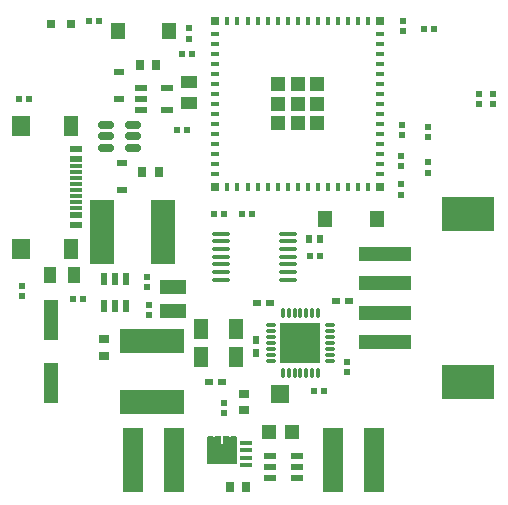
<source format=gbr>
%TF.GenerationSoftware,KiCad,Pcbnew,(6.0.7)*%
%TF.CreationDate,2025-06-09T21:53:25+08:00*%
%TF.ProjectId,ESP32-S3-MINI-1-N8_V6,45535033-322d-4533-932d-4d494e492d31,rev?*%
%TF.SameCoordinates,PX6a24da0PY78114e0*%
%TF.FileFunction,Paste,Top*%
%TF.FilePolarity,Positive*%
%FSLAX46Y46*%
G04 Gerber Fmt 4.6, Leading zero omitted, Abs format (unit mm)*
G04 Created by KiCad (PCBNEW (6.0.7)) date 2025-06-09 21:53:25*
%MOMM*%
%LPD*%
G01*
G04 APERTURE LIST*
G04 Aperture macros list*
%AMRoundRect*
0 Rectangle with rounded corners*
0 $1 Rounding radius*
0 $2 $3 $4 $5 $6 $7 $8 $9 X,Y pos of 4 corners*
0 Add a 4 corners polygon primitive as box body*
4,1,4,$2,$3,$4,$5,$6,$7,$8,$9,$2,$3,0*
0 Add four circle primitives for the rounded corners*
1,1,$1+$1,$2,$3*
1,1,$1+$1,$4,$5*
1,1,$1+$1,$6,$7*
1,1,$1+$1,$8,$9*
0 Add four rect primitives between the rounded corners*
20,1,$1+$1,$2,$3,$4,$5,0*
20,1,$1+$1,$4,$5,$6,$7,0*
20,1,$1+$1,$6,$7,$8,$9,0*
20,1,$1+$1,$8,$9,$2,$3,0*%
%AMFreePoly0*
4,1,49,-0.724645,1.475355,-0.710000,1.440000,-0.710000,0.820000,-0.590000,0.820000,-0.590000,1.440000,-0.575355,1.475355,-0.540000,1.490000,-0.110000,1.490000,-0.074645,1.475355,-0.060000,1.440000,-0.060000,0.820000,0.060000,0.820000,0.060000,1.440000,0.074645,1.475355,0.110000,1.490000,0.540000,1.490000,0.575355,1.475355,0.590000,1.440000,0.590000,0.820000,0.710000,0.820000,
0.710000,1.440000,0.724645,1.475355,0.760000,1.490000,1.190000,1.490000,1.207643,1.482692,1.225196,1.475513,1.225243,1.475401,1.225355,1.475355,1.232668,1.457700,1.239999,1.440224,1.249999,-0.789775,1.249953,-0.789887,1.250000,-0.790000,1.242676,-0.807682,1.235513,-0.825196,1.235401,-0.825243,1.235355,-0.825355,1.217700,-0.832668,1.200224,-0.839999,1.200113,-0.839953,
1.200000,-0.840000,-1.190000,-0.840000,-1.225355,-0.825355,-1.240000,-0.790000,-1.240000,1.440000,-1.225355,1.475355,-1.190000,1.490000,-0.760000,1.490000,-0.724645,1.475355,-0.724645,1.475355,$1*%
G04 Aperture macros list end*
%ADD10R,0.540000X0.600000*%
%ADD11R,0.900000X0.800000*%
%ADD12R,0.790000X0.540000*%
%ADD13R,0.570000X0.540000*%
%ADD14R,0.600000X0.540000*%
%ADD15R,0.800000X0.900000*%
%ADD16R,0.540000X0.570000*%
%ADD17R,1.700000X5.500000*%
%ADD18R,1.420000X1.080000*%
%ADD19R,0.800000X0.400000*%
%ADD20R,0.400000X0.800000*%
%ADD21R,0.800000X0.800000*%
%ADD22R,1.200000X1.200000*%
%ADD23R,2.010000X5.400000*%
%ADD24R,1.210000X1.700000*%
%ADD25R,0.830000X0.630000*%
%ADD26R,1.200000X3.500000*%
%ADD27R,1.230000X1.360000*%
%ADD28R,4.500000X1.300000*%
%ADD29R,4.500000X3.000000*%
%ADD30R,1.000000X0.600000*%
%ADD31R,1.000000X0.420000*%
%ADD32FreePoly0,90.000000*%
%ADD33R,1.200000X1.700000*%
%ADD34R,1.500000X1.700000*%
%ADD35R,1.140000X0.500000*%
%ADD36R,1.140000X0.300000*%
%ADD37R,0.600000X0.670000*%
%ADD38RoundRect,0.100000X-0.637500X-0.100000X0.637500X-0.100000X0.637500X0.100000X-0.637500X0.100000X0*%
%ADD39R,2.200000X1.200000*%
%ADD40O,0.900000X0.280000*%
%ADD41O,0.280000X0.900000*%
%ADD42R,3.500000X3.500000*%
%ADD43R,5.400000X2.010000*%
%ADD44R,0.530000X1.070000*%
%ADD45RoundRect,0.150000X0.512500X0.150000X-0.512500X0.150000X-0.512500X-0.150000X0.512500X-0.150000X0*%
%ADD46R,1.600000X1.500000*%
%ADD47R,1.090000X0.530000*%
%ADD48R,0.540000X0.790000*%
%ADD49R,1.130000X1.380000*%
G04 APERTURE END LIST*
D10*
%TO.C,C13*%
X15732000Y38200000D03*
X14868000Y38200000D03*
%TD*%
D11*
%TO.C,C3*%
X8300000Y14000000D03*
X8300000Y12600000D03*
%TD*%
D12*
%TO.C,C16*%
X27900000Y17290000D03*
X29000000Y17290000D03*
%TD*%
D13*
%TO.C,R12*%
X26070000Y9600000D03*
X26930000Y9600000D03*
%TD*%
D14*
%TO.C,C5*%
X12100000Y16068000D03*
X12100000Y16932000D03*
%TD*%
D15*
%TO.C,C7*%
X12700000Y37200000D03*
X11300000Y37200000D03*
%TD*%
D14*
%TO.C,R1*%
X1300000Y18532000D03*
X1300000Y17668000D03*
%TD*%
%TO.C,C14*%
X28800000Y12132000D03*
X28800000Y11268000D03*
%TD*%
D13*
%TO.C,R5*%
X17570000Y24600000D03*
X18430000Y24600000D03*
%TD*%
D11*
%TO.C,C11*%
X20100000Y9407500D03*
X20100000Y8007500D03*
%TD*%
D16*
%TO.C,R10*%
X18400000Y8630000D03*
X18400000Y7770000D03*
%TD*%
D17*
%TO.C,U1*%
X14225000Y3755000D03*
X10725000Y3755000D03*
%TD*%
D10*
%TO.C,C6*%
X25668000Y21100000D03*
X26532000Y21100000D03*
%TD*%
D18*
%TO.C,C12*%
X15500000Y35795000D03*
X15500000Y34005000D03*
%TD*%
D19*
%TO.C,U10*%
X17690000Y39900000D03*
X17690000Y39050000D03*
X17690000Y38200000D03*
X17690000Y37350000D03*
X17690000Y36500000D03*
X17690000Y35650000D03*
X17690000Y34800000D03*
X17690000Y33950000D03*
X17690000Y33100000D03*
X17690000Y32250000D03*
X17690000Y31400000D03*
X17690000Y30550000D03*
X17690000Y29700000D03*
X17690000Y28850000D03*
X17690000Y28000000D03*
D20*
X18720000Y26920000D03*
X19570000Y26920000D03*
X20420000Y26920000D03*
X21270000Y26920000D03*
X22120000Y26920000D03*
X22970000Y26920000D03*
X23820000Y26920000D03*
X24670000Y26920000D03*
X25520000Y26920000D03*
X26370000Y26920000D03*
X27220000Y26920000D03*
X28070000Y26920000D03*
X28920000Y26920000D03*
X29770000Y26920000D03*
X30620000Y26920000D03*
D19*
X31650000Y28000000D03*
X31650000Y28850000D03*
X31650000Y29700000D03*
X31650000Y30550000D03*
X31650000Y31400000D03*
X31650000Y32250000D03*
X31650000Y33100000D03*
X31650000Y33950000D03*
X31650000Y34800000D03*
X31650000Y35650000D03*
X31650000Y36500000D03*
X31650000Y37350000D03*
X31650000Y38200000D03*
X31650000Y39050000D03*
X31650000Y39900000D03*
D20*
X30620000Y40980000D03*
X29770000Y40980000D03*
X28920000Y40980000D03*
X28070000Y40980000D03*
X27220000Y40980000D03*
X26370000Y40980000D03*
X25520000Y40980000D03*
X24670000Y40980000D03*
X23820000Y40980000D03*
X22970000Y40980000D03*
X22120000Y40980000D03*
X21270000Y40980000D03*
X20420000Y40980000D03*
X19570000Y40980000D03*
X18720000Y40980000D03*
D21*
X17670000Y26950000D03*
X31670000Y26950000D03*
D22*
X24670000Y32300000D03*
X26320000Y33950000D03*
X26320000Y35600000D03*
D21*
X31670000Y40950000D03*
D22*
X23020000Y32300000D03*
D21*
X17670000Y40950000D03*
D22*
X23020000Y35600000D03*
X24670000Y33950000D03*
X23020000Y33950000D03*
X26320000Y32300000D03*
X24670000Y35600000D03*
%TD*%
D23*
%TO.C,C9*%
X13280000Y23100000D03*
X8120000Y23100000D03*
%TD*%
D13*
%TO.C,R22*%
X14470000Y31700000D03*
X15330000Y31700000D03*
%TD*%
%TO.C,R9*%
X7830000Y41000000D03*
X6970000Y41000000D03*
%TD*%
D24*
%TO.C,R2*%
X19480000Y12500000D03*
X16520000Y12500000D03*
%TD*%
D15*
%TO.C,C2*%
X11500000Y28200000D03*
X12900000Y28200000D03*
%TD*%
D16*
%TO.C,R14*%
X41200000Y33900000D03*
X41200000Y34760000D03*
%TD*%
D25*
%TO.C,D2*%
X9500000Y34350000D03*
X9500000Y36650000D03*
%TD*%
D26*
%TO.C,C18*%
X3800000Y10330000D03*
X3800000Y15670000D03*
%TD*%
D16*
%TO.C,R7*%
X11900000Y18470000D03*
X11900000Y19330000D03*
%TD*%
D13*
%TO.C,R19*%
X36230000Y40300000D03*
X35370000Y40300000D03*
%TD*%
D27*
%TO.C,SW2*%
X13780000Y40100000D03*
X9420000Y40100000D03*
%TD*%
D21*
%TO.C,U12*%
X5450000Y40700000D03*
X3750000Y40700000D03*
%TD*%
D28*
%TO.C,U11*%
X32100000Y13750000D03*
X32100000Y16250000D03*
X32100000Y18750000D03*
X32100000Y21250000D03*
D29*
X39100000Y24600000D03*
X39100000Y10400000D03*
%TD*%
D15*
%TO.C,C8*%
X20300000Y1500000D03*
X18900000Y1500000D03*
%TD*%
D30*
%TO.C,U5*%
X11440000Y35290000D03*
X11440000Y34340000D03*
X11440000Y33390000D03*
X13640000Y33390000D03*
X13640000Y35290000D03*
%TD*%
D13*
%TO.C,R4*%
X19970000Y24600000D03*
X20830000Y24600000D03*
%TD*%
D10*
%TO.C,R13*%
X1932000Y34400000D03*
X1068000Y34400000D03*
%TD*%
D12*
%TO.C,C17*%
X22350000Y17100000D03*
X21250000Y17100000D03*
%TD*%
D13*
%TO.C,R6*%
X5670000Y17400000D03*
X6530000Y17400000D03*
%TD*%
D14*
%TO.C,C20*%
X15500000Y39468000D03*
X15500000Y40332000D03*
%TD*%
D31*
%TO.C,U7*%
X20330000Y3330000D03*
X20330000Y3980000D03*
X20330000Y4620000D03*
X20330000Y5270000D03*
D32*
X18270000Y4300000D03*
%TD*%
D16*
%TO.C,R24*%
X35700000Y31127500D03*
X35700000Y31987500D03*
%TD*%
D33*
%TO.C,USB1*%
X5437500Y32100000D03*
D34*
X1237500Y32100000D03*
D33*
X5437500Y21700000D03*
D34*
X1237500Y21700000D03*
D35*
X5857500Y30100000D03*
X5857500Y29300000D03*
D36*
X5857500Y28150000D03*
X5857500Y27150000D03*
X5857500Y26650000D03*
X5857500Y25650000D03*
D35*
X5857500Y24500000D03*
X5857500Y23700000D03*
D36*
X5857500Y25150000D03*
X5857500Y26150000D03*
X5857500Y27650000D03*
X5857500Y28650000D03*
%TD*%
D17*
%TO.C,U2*%
X31150000Y3800000D03*
X27650000Y3800000D03*
%TD*%
D16*
%TO.C,R16*%
X33500000Y31270000D03*
X33500000Y32130000D03*
%TD*%
D25*
%TO.C,D3*%
X9800000Y26650000D03*
X9800000Y28950000D03*
%TD*%
D37*
%TO.C,C4*%
X26537000Y22500000D03*
X25663000Y22500000D03*
%TD*%
D38*
%TO.C,U6*%
X18137500Y22950000D03*
X18137500Y22300000D03*
X18137500Y21650000D03*
X18137500Y21000000D03*
X18137500Y20350000D03*
X18137500Y19700000D03*
X18137500Y19050000D03*
X23862500Y19050000D03*
X23862500Y19700000D03*
X23862500Y20350000D03*
X23862500Y21000000D03*
X23862500Y21650000D03*
X23862500Y22300000D03*
X23862500Y22950000D03*
%TD*%
D39*
%TO.C,L1*%
X14100000Y16370000D03*
X14100000Y18430000D03*
%TD*%
D40*
%TO.C,U9*%
X22400000Y15200000D03*
X22400000Y14700000D03*
X22400000Y14200000D03*
X22400000Y13700000D03*
X22400000Y13200000D03*
X22400000Y12700000D03*
X22400000Y12200000D03*
D41*
X23400000Y11200000D03*
X23900000Y11200000D03*
X24400000Y11200000D03*
X24900000Y11200000D03*
X25400000Y11200000D03*
X25900000Y11200000D03*
X26400000Y11200000D03*
D40*
X27400000Y12200000D03*
X27400000Y12700000D03*
X27400000Y13200000D03*
X27400000Y13700000D03*
X27400000Y14200000D03*
X27400000Y14700000D03*
X27400000Y15200000D03*
D41*
X26400000Y16200000D03*
X25900000Y16200000D03*
X25400000Y16200000D03*
X24900000Y16200000D03*
X24400000Y16200000D03*
X23900000Y16200000D03*
X23400000Y16200000D03*
D42*
X24900000Y13700000D03*
%TD*%
D43*
%TO.C,C1*%
X12300000Y8720000D03*
X12300000Y13880000D03*
%TD*%
D16*
%TO.C,R15*%
X40000000Y33900000D03*
X40000000Y34760000D03*
%TD*%
D27*
%TO.C,SW1*%
X27020000Y24200000D03*
X31380000Y24200000D03*
%TD*%
D12*
%TO.C,C15*%
X17150000Y10400000D03*
X18250000Y10400000D03*
%TD*%
D16*
%TO.C,R23*%
X35700000Y28127500D03*
X35700000Y28987500D03*
%TD*%
D14*
%TO.C,C19*%
X33600000Y40100000D03*
X33600000Y40964000D03*
%TD*%
D44*
%TO.C,U4*%
X10150000Y19150000D03*
X9200000Y19150000D03*
X8250000Y19150000D03*
X8250000Y16850000D03*
X9200000Y16850000D03*
X10150000Y16850000D03*
%TD*%
D16*
%TO.C,R17*%
X33400000Y29530000D03*
X33400000Y28670000D03*
%TD*%
D24*
%TO.C,R3*%
X19480000Y14900000D03*
X16520000Y14900000D03*
%TD*%
D45*
%TO.C,U3*%
X10737500Y30250000D03*
X10737500Y31200000D03*
X10737500Y32150000D03*
X8462500Y32150000D03*
X8462500Y31200000D03*
X8462500Y30250000D03*
%TD*%
D16*
%TO.C,R18*%
X33400000Y27130000D03*
X33400000Y26270000D03*
%TD*%
D22*
%TO.C,R11*%
X22200000Y6155335D03*
D46*
X23200000Y9405335D03*
D22*
X24200000Y6155335D03*
%TD*%
D47*
%TO.C,U8*%
X24650000Y2250000D03*
X24650000Y3200000D03*
X24650000Y4150000D03*
X22350000Y4150000D03*
X22350000Y3200000D03*
X22350000Y2250000D03*
%TD*%
D48*
%TO.C,C10*%
X21100000Y13950000D03*
X21100000Y12850000D03*
%TD*%
D49*
%TO.C,R8*%
X5700000Y19500000D03*
X3700000Y19500000D03*
%TD*%
M02*

</source>
